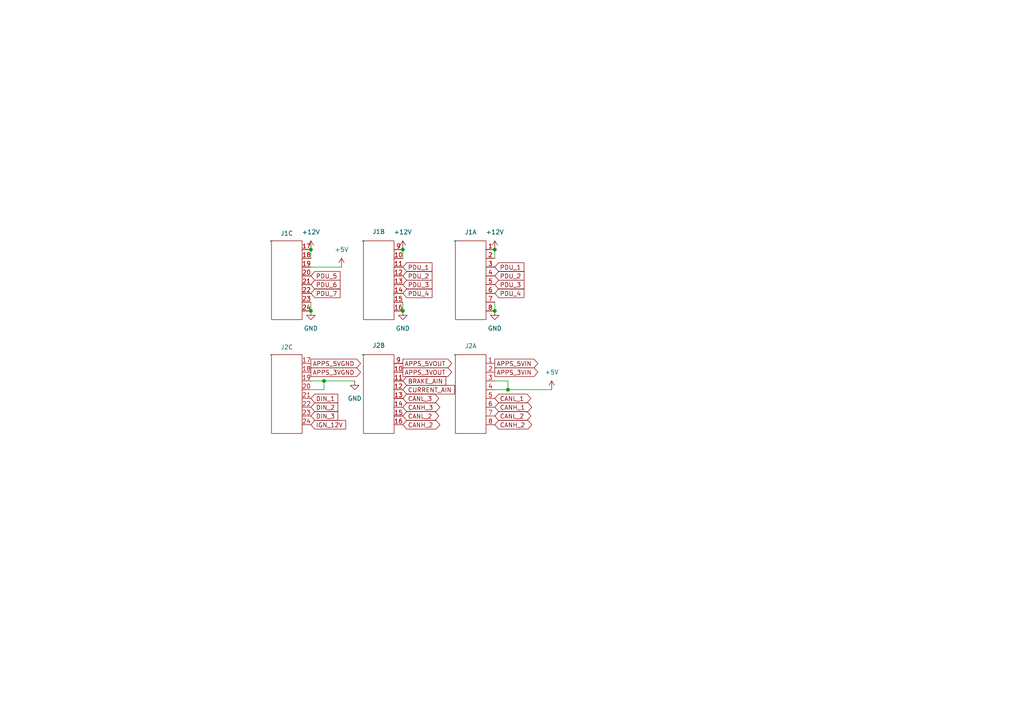
<source format=kicad_sch>
(kicad_sch (version 20250114) (generator "eeschema") (generator_version "9.0")
  (paper "A4")
  (lib_symbols
    (symbol "HD241:HD241"
      (property "Reference" "J" (at 3.81 1.27 0))
      (symbol "HD241_0_1"
        (rectangle (start 0 0) (end 8.89 -22.86))
      )
      (symbol "HD241_1_1"
        (pin bidirectional line (at 11.43 -2.54 180) (length 2.54) (name "") (number "1"))
        (pin bidirectional line (at 11.43 -5.08 180) (length 2.54) (name "") (number "2"))
        (pin bidirectional line (at 11.43 -7.62 180) (length 2.54) (name "") (number "3"))
        (pin bidirectional line (at 11.43 -10.16 180) (length 2.54) (name "") (number "4"))
        (pin bidirectional line (at 11.43 -12.7 180) (length 2.54) (name "") (number "5"))
        (pin bidirectional line (at 11.43 -15.24 180) (length 2.54) (name "") (number "6"))
        (pin bidirectional line (at 11.43 -17.78 180) (length 2.54) (name "") (number "7"))
        (pin bidirectional line (at 11.43 -20.32 180) (length 2.54) (name "") (number "8"))
      )
      (symbol "HD241_2_1"
        (pin bidirectional line (at 11.43 -2.54 180) (length 2.54) (name "") (number "9"))
        (pin bidirectional line (at 11.43 -5.08 180) (length 2.54) (name "") (number "10"))
        (pin bidirectional line (at 11.43 -7.62 180) (length 2.54) (name "") (number "11"))
        (pin bidirectional line (at 11.43 -10.16 180) (length 2.54) (name "") (number "12"))
        (pin bidirectional line (at 11.43 -12.7 180) (length 2.54) (name "") (number "13"))
        (pin bidirectional line (at 11.43 -15.24 180) (length 2.54) (name "") (number "14"))
        (pin bidirectional line (at 11.43 -17.78 180) (length 2.54) (name "") (number "15"))
        (pin bidirectional line (at 11.43 -20.32 180) (length 2.54) (name "") (number "16"))
      )
      (symbol "HD241_3_1"
        (pin bidirectional line (at 11.43 -2.54 180) (length 2.54) (name "") (number "17"))
        (pin bidirectional line (at 11.43 -5.08 180) (length 2.54) (name "") (number "18"))
        (pin bidirectional line (at 11.43 -7.62 180) (length 2.54) (name "") (number "19"))
        (pin bidirectional line (at 11.43 -10.16 180) (length 2.54) (name "") (number "20"))
        (pin bidirectional line (at 11.43 -12.7 180) (length 2.54) (name "") (number "21"))
        (pin bidirectional line (at 11.43 -15.24 180) (length 2.54) (name "") (number "22"))
        (pin bidirectional line (at 11.43 -17.78 180) (length 2.54) (name "") (number "23"))
        (pin bidirectional line (at 11.43 -20.32 180) (length 2.54) (name "") (number "24"))
      )
    )
    (symbol "power:+12V" (power) (pin_numbers (hide yes)) (pin_names (offset 0) (hide yes))
      (property "Value" "+12V" (at 0 3.556 0))
      (symbol "+12V_0_1"
        (polyline (pts (xy -0.762 1.27) (xy 0 2.54)))
        (polyline (pts (xy 0 2.54) (xy 0.762 1.27)))
        (polyline (pts (xy 0 0) (xy 0 2.54)))
      )
      (symbol "+12V_1_1"
        (pin power_in line (at 0 0 90) (length 0) (name "~") (number "1"))
      )
    )
    (symbol "power:+5V" (power) (pin_numbers (hide yes)) (pin_names (offset 0) (hide yes))
      (property "Value" "+5V" (at 0 3.556 0))
      (symbol "+5V_0_1"
        (polyline (pts (xy -0.762 1.27) (xy 0 2.54)))
        (polyline (pts (xy 0 2.54) (xy 0.762 1.27)))
        (polyline (pts (xy 0 0) (xy 0 2.54)))
      )
      (symbol "+5V_1_1"
        (pin power_in line (at 0 0 90) (length 0) (name "~") (number "1"))
      )
    )
    (symbol "power:GND" (power) (pin_numbers (hide yes)) (pin_names (offset 0) (hide yes))
      (property "Value" "GND" (at 0 -3.81 0))
      (symbol "GND_0_1"
        (polyline (pts (xy 0 0) (xy 0 -1.27) (xy 1.27 -1.27) (xy 0 -2.54) (xy -1.27 -1.27) (xy 0 -1.27)))
      )
      (symbol "GND_1_1"
        (pin power_in line (at 0 0 270) (length 0) (name "~") (number "1"))
      )
    )
  )
  (junction (at 90.17 72.39))
  (junction (at 143.51 72.39))
  (junction (at 147.32 113.03))
  (junction (at 90.17 90.17))
  (junction (at 93.98 110.49))
  (junction (at 143.51 90.17))
  (junction (at 116.84 90.17))
  (junction (at 116.84 72.39))
  (wire (pts (xy 147.32 113.03) (xy 160.02 113.03)))
  (wire (pts (xy 99.06 77.47) (xy 90.17 77.47)))
  (wire (pts (xy 116.84 90.17) (xy 116.84 87.63)))
  (wire (pts (xy 143.51 113.03) (xy 147.32 113.03)))
  (wire (pts (xy 93.98 110.49) (xy 90.17 110.49)))
  (wire (pts (xy 147.32 110.49) (xy 143.51 110.49)))
  (wire (pts (xy 90.17 113.03) (xy 93.98 113.03)))
  (wire (pts (xy 143.51 90.17) (xy 143.51 87.63)))
  (wire (pts (xy 93.98 110.49) (xy 93.98 113.03)))
  (wire (pts (xy 93.98 110.49) (xy 102.87 110.49)))
  (wire (pts (xy 116.84 72.39) (xy 116.84 74.93)))
  (wire (pts (xy 143.51 72.39) (xy 143.51 74.93)))
  (wire (pts (xy 147.32 113.03) (xy 147.32 110.49)))
  (wire (pts (xy 90.17 72.39) (xy 90.17 74.93)))
  (wire (pts (xy 90.17 90.17) (xy 90.17 87.63)))
  (global_label "PDU_1" (shape input) (at 116.84 77.47 0) (property "Intersheetrefs" "${INTERSHEET_REFS}" (effects (hide yes))))
  (global_label "CANH_2" (shape bidirectional) (at 116.84 123.19 0) (property "Intersheetrefs" "${INTERSHEET_REFS}" (effects (hide yes))))
  (global_label "CANL_1" (shape bidirectional) (at 143.51 115.57 0) (property "Intersheetrefs" "${INTERSHEET_REFS}" (effects (hide yes))))
  (global_label "IGN_12V" (shape input) (at 90.17 123.19 0) (property "Intersheetrefs" "${INTERSHEET_REFS}" (effects (hide yes))))
  (global_label "APPS_5VOUT" (shape output) (at 116.84 105.41 0) (property "Intersheetrefs" "${INTERSHEET_REFS}" (effects (hide yes))))
  (global_label "APPS_5VGND" (shape output) (at 90.17 105.41 0) (property "Intersheetrefs" "${INTERSHEET_REFS}" (effects (hide yes))))
  (global_label "PDU_5" (shape input) (at 90.17 80.01 0) (property "Intersheetrefs" "${INTERSHEET_REFS}" (effects (hide yes))))
  (global_label "CANH_3" (shape bidirectional) (at 116.84 118.11 0) (property "Intersheetrefs" "${INTERSHEET_REFS}" (effects (hide yes))))
  (global_label "DIN_3" (shape input) (at 90.17 120.65 0) (property "Intersheetrefs" "${INTERSHEET_REFS}" (effects (hide yes))))
  (global_label "PDU_6" (shape input) (at 90.17 82.55 0) (property "Intersheetrefs" "${INTERSHEET_REFS}" (effects (hide yes))))
  (global_label "CANL_3" (shape bidirectional) (at 116.84 115.57 0) (property "Intersheetrefs" "${INTERSHEET_REFS}" (effects (hide yes))))
  (global_label "PDU_4" (shape input) (at 116.84 85.09 0) (property "Intersheetrefs" "${INTERSHEET_REFS}" (effects (hide yes))))
  (global_label "CANH_2" (shape bidirectional) (at 143.51 123.19 0) (property "Intersheetrefs" "${INTERSHEET_REFS}" (effects (hide yes))))
  (global_label "APPS_3VIN" (shape output) (at 143.51 107.95 0) (property "Intersheetrefs" "${INTERSHEET_REFS}" (effects (hide yes))))
  (global_label "CANL_2" (shape bidirectional) (at 116.84 120.65 0) (property "Intersheetrefs" "${INTERSHEET_REFS}" (effects (hide yes))))
  (global_label "APPS_5VIN" (shape output) (at 143.51 105.41 0) (property "Intersheetrefs" "${INTERSHEET_REFS}" (effects (hide yes))))
  (global_label "PDU_3" (shape input) (at 143.51 82.55 0) (property "Intersheetrefs" "${INTERSHEET_REFS}" (effects (hide yes))))
  (global_label "PDU_2" (shape input) (at 143.51 80.01 0) (property "Intersheetrefs" "${INTERSHEET_REFS}" (effects (hide yes))))
  (global_label "BRAKE_AIN" (shape input) (at 116.84 110.49 0) (property "Intersheetrefs" "${INTERSHEET_REFS}" (effects (hide yes))))
  (global_label "APPS_3VOUT" (shape output) (at 116.84 107.95 0) (property "Intersheetrefs" "${INTERSHEET_REFS}" (effects (hide yes))))
  (global_label "PDU_7" (shape input) (at 90.17 85.09 0) (property "Intersheetrefs" "${INTERSHEET_REFS}" (effects (hide yes))))
  (global_label "APPS_3VGND" (shape output) (at 90.17 107.95 0) (property "Intersheetrefs" "${INTERSHEET_REFS}" (effects (hide yes))))
  (global_label "PDU_2" (shape input) (at 116.84 80.01 0) (property "Intersheetrefs" "${INTERSHEET_REFS}" (effects (hide yes))))
  (global_label "PDU_4" (shape input) (at 143.51 85.09 0) (property "Intersheetrefs" "${INTERSHEET_REFS}" (effects (hide yes))))
  (global_label "PDU_1" (shape input) (at 143.51 77.47 0) (property "Intersheetrefs" "${INTERSHEET_REFS}" (effects (hide yes))))
  (global_label "CANH_1" (shape bidirectional) (at 143.51 118.11 0) (property "Intersheetrefs" "${INTERSHEET_REFS}" (effects (hide yes))))
  (global_label "CANL_2" (shape bidirectional) (at 143.51 120.65 0) (property "Intersheetrefs" "${INTERSHEET_REFS}" (effects (hide yes))))
  (global_label "CURRENT_AIN" (shape input) (at 116.84 113.03 0) (property "Intersheetrefs" "${INTERSHEET_REFS}" (effects (hide yes))))
  (global_label "DIN_1" (shape input) (at 90.17 115.57 0) (property "Intersheetrefs" "${INTERSHEET_REFS}" (effects (hide yes))))
  (global_label "DIN_2" (shape input) (at 90.17 118.11 0) (property "Intersheetrefs" "${INTERSHEET_REFS}" (effects (hide yes))))
  (global_label "PDU_3" (shape input) (at 116.84 82.55 0) (property "Intersheetrefs" "${INTERSHEET_REFS}" (effects (hide yes))))
  (symbol (lib_id "power:+12V") (at 90.17 72.39 0) (unit 1)
    (property "Reference" "#PWR04" (effects (hide yes)))
    (property "Value" "+12V" (at 90.17 67.31 0))
    (property "Description" "Power symbol creates a global label with name \"+12V\"" (effects (hide yes)))
  )
  (symbol (lib_id "power:+12V") (at 143.51 72.39 0) (unit 1)
    (property "Reference" "#PWR015" (effects (hide yes)))
    (property "Value" "+12V" (at 143.51 67.31 0))
    (property "Description" "Power symbol creates a global label with name \"+12V\"" (effects (hide yes)))
  )
  (symbol (lib_id "power:+5V") (at 99.06 77.47 0) (unit 1)
    (property "Reference" "#PWR08" (effects (hide yes)))
    (property "Value" "+5V" (at 99.06 72.39 0))
    (property "Description" "Power symbol creates a global label with name \"+5V\"" (effects (hide yes)))
  )
  (symbol (lib_id "power:GND") (at 102.87 110.49 0) (unit 1)
    (property "Reference" "#PWR010" (effects (hide yes)))
    (property "Value" "GND" (at 102.87 115.57 0))
    (property "Description" "Power symbol creates a global label with name \"GND\" , ground" (effects (hide yes)))
  )
  (symbol (lib_id "HD241:HD241") (at 105.41 102.87 0) (unit 2)
    (property "Reference" "J2" (at 109.855 100.203 0))
    (property "Value" "~" (at 105.41 102.87 0))
    (property "Footprint" "RMC_Connnector:HD241_24pin" (effects (hide yes)))
  )
  (symbol (lib_id "HD241:HD241") (at 132.08 102.87 0) (unit 1)
    (property "Reference" "J2" (at 136.525 100.33 0))
    (property "Value" "~" (at 132.08 102.87 0))
    (property "Footprint" "RMC_Connnector:HD241_24pin" (effects (hide yes)))
  )
  (symbol (lib_id "power:GND") (at 90.17 90.17 0) (unit 1)
    (property "Reference" "#PWR05" (effects (hide yes)))
    (property "Value" "GND" (at 90.17 95.25 0))
    (property "Description" "Power symbol creates a global label with name \"GND\" , ground" (effects (hide yes)))
  )
  (symbol (lib_id "HD241:HD241") (at 78.74 69.85 0) (unit 3)
    (property "Reference" "J1" (at 83.185 67.691 0))
    (property "Value" "~" (at 78.74 69.85 0))
    (property "Footprint" "RMC_Connnector:HD241_24pin" (effects (hide yes)))
  )
  (symbol (lib_id "power:+5V") (at 160.02 113.03 0) (unit 1)
    (property "Reference" "#PWR018" (effects (hide yes)))
    (property "Value" "+5V" (at 160.02 107.95 0))
    (property "Description" "Power symbol creates a global label with name \"+5V\"" (effects (hide yes)))
  )
  (symbol (lib_id "HD241:HD241") (at 105.41 69.85 0) (unit 2)
    (property "Reference" "J1" (at 109.855 67.183 0))
    (property "Value" "~" (at 105.41 69.85 0))
    (property "Footprint" "RMC_Connnector:HD241_24pin" (effects (hide yes)))
  )
  (symbol (lib_id "HD241:HD241") (at 132.08 69.85 0) (unit 1)
    (property "Reference" "J1" (at 136.525 67.31 0))
    (property "Value" "~" (at 132.08 69.85 0))
    (property "Footprint" "RMC_Connnector:HD241_24pin" (effects (hide yes)))
  )
  (symbol (lib_id "power:GND") (at 143.51 90.17 0) (unit 1)
    (property "Reference" "#PWR016" (effects (hide yes)))
    (property "Value" "GND" (at 143.51 95.25 0))
    (property "Description" "Power symbol creates a global label with name \"GND\" , ground" (effects (hide yes)))
  )
  (symbol (lib_id "power:+12V") (at 116.84 72.39 0) (unit 1)
    (property "Reference" "#PWR013" (effects (hide yes)))
    (property "Value" "+12V" (at 116.84 67.31 0))
    (property "Description" "Power symbol creates a global label with name \"+12V\"" (effects (hide yes)))
  )
  (symbol (lib_id "HD241:HD241") (at 78.74 102.87 0) (unit 3)
    (property "Reference" "J2" (at 83.185 100.711 0))
    (property "Value" "~" (at 78.74 102.87 0))
    (property "Footprint" "RMC_Connnector:HD241_24pin" (effects (hide yes)))
  )
  (symbol (lib_id "power:GND") (at 116.84 90.17 0) (unit 1)
    (property "Reference" "#PWR014" (effects (hide yes)))
    (property "Value" "GND" (at 116.84 95.25 0))
    (property "Description" "Power symbol creates a global label with name \"GND\" , ground" (effects (hide yes)))
  )
)
</source>
